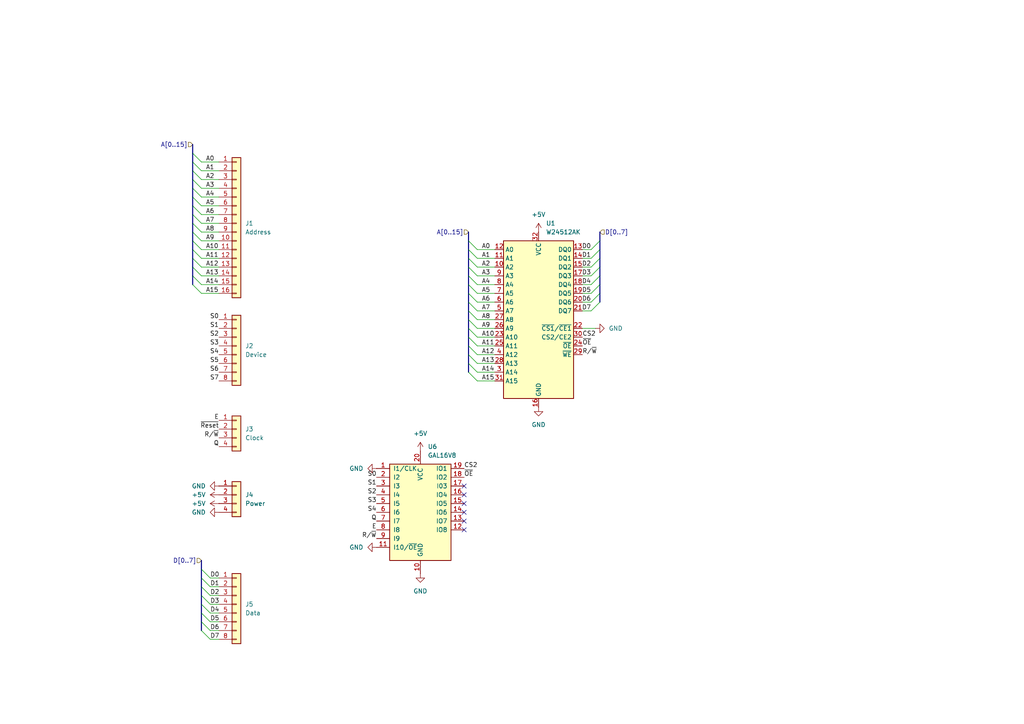
<source format=kicad_sch>
(kicad_sch (version 20250114) (generator "eeschema") (generator_version "9.0")
  (paper "A4")
  (lib_symbols
    (symbol "Connector_Generic:Conn_01x04" (pin_names (offset 1.016) (hide yes))
      (property "Reference" "J" (at 0 5.08 0))
      (property "Value" "Conn_01x04" (at 0 -7.62 0))
      (symbol "Conn_01x04_1_1"
        (rectangle (start -1.27 3.81) (end 1.27 -6.35) (stroke (width 0.254)) (fill (type background)))
        (rectangle (start -1.27 2.667) (end 0 2.413) (stroke (width 0.1524)))
        (rectangle (start -1.27 0.127) (end 0 -0.127) (stroke (width 0.1524)))
        (rectangle (start -1.27 -2.413) (end 0 -2.667) (stroke (width 0.1524)))
        (rectangle (start -1.27 -4.953) (end 0 -5.207) (stroke (width 0.1524)))
        (pin passive line (at -5.08 2.54 0) (length 3.81) (name "Pin_1") (number "1"))
        (pin passive line (at -5.08 0 0) (length 3.81) (name "Pin_2") (number "2"))
        (pin passive line (at -5.08 -2.54 0) (length 3.81) (name "Pin_3") (number "3"))
        (pin passive line (at -5.08 -5.08 0) (length 3.81) (name "Pin_4") (number "4"))
      )
    )
    (symbol "Connector_Generic:Conn_01x08" (pin_names (offset 1.016) (hide yes))
      (property "Reference" "J" (at 0 10.16 0))
      (property "Value" "Conn_01x08" (at 0 -12.7 0))
      (symbol "Conn_01x08_1_1"
        (rectangle (start -1.27 8.89) (end 1.27 -11.43) (stroke (width 0.254)) (fill (type background)))
        (rectangle (start -1.27 7.747) (end 0 7.493) (stroke (width 0.1524)))
        (rectangle (start -1.27 5.207) (end 0 4.953) (stroke (width 0.1524)))
        (rectangle (start -1.27 2.667) (end 0 2.413) (stroke (width 0.1524)))
        (rectangle (start -1.27 0.127) (end 0 -0.127) (stroke (width 0.1524)))
        (rectangle (start -1.27 -2.413) (end 0 -2.667) (stroke (width 0.1524)))
        (rectangle (start -1.27 -4.953) (end 0 -5.207) (stroke (width 0.1524)))
        (rectangle (start -1.27 -7.493) (end 0 -7.747) (stroke (width 0.1524)))
        (rectangle (start -1.27 -10.033) (end 0 -10.287) (stroke (width 0.1524)))
        (pin passive line (at -5.08 7.62 0) (length 3.81) (name "Pin_1") (number "1"))
        (pin passive line (at -5.08 5.08 0) (length 3.81) (name "Pin_2") (number "2"))
        (pin passive line (at -5.08 2.54 0) (length 3.81) (name "Pin_3") (number "3"))
        (pin passive line (at -5.08 0 0) (length 3.81) (name "Pin_4") (number "4"))
        (pin passive line (at -5.08 -2.54 0) (length 3.81) (name "Pin_5") (number "5"))
        (pin passive line (at -5.08 -5.08 0) (length 3.81) (name "Pin_6") (number "6"))
        (pin passive line (at -5.08 -7.62 0) (length 3.81) (name "Pin_7") (number "7"))
        (pin passive line (at -5.08 -10.16 0) (length 3.81) (name "Pin_8") (number "8"))
      )
    )
    (symbol "Connector_Generic:Conn_01x16" (pin_names (offset 1.016) (hide yes))
      (property "Reference" "J" (at 0 20.32 0))
      (property "Value" "Conn_01x16" (at 0 -22.86 0))
      (symbol "Conn_01x16_1_1"
        (rectangle (start -1.27 19.05) (end 1.27 -21.59) (stroke (width 0.254)) (fill (type background)))
        (rectangle (start -1.27 17.907) (end 0 17.653) (stroke (width 0.1524)))
        (rectangle (start -1.27 15.367) (end 0 15.113) (stroke (width 0.1524)))
        (rectangle (start -1.27 12.827) (end 0 12.573) (stroke (width 0.1524)))
        (rectangle (start -1.27 10.287) (end 0 10.033) (stroke (width 0.1524)))
        (rectangle (start -1.27 7.747) (end 0 7.493) (stroke (width 0.1524)))
        (rectangle (start -1.27 5.207) (end 0 4.953) (stroke (width 0.1524)))
        (rectangle (start -1.27 2.667) (end 0 2.413) (stroke (width 0.1524)))
        (rectangle (start -1.27 0.127) (end 0 -0.127) (stroke (width 0.1524)))
        (rectangle (start -1.27 -2.413) (end 0 -2.667) (stroke (width 0.1524)))
        (rectangle (start -1.27 -4.953) (end 0 -5.207) (stroke (width 0.1524)))
        (rectangle (start -1.27 -7.493) (end 0 -7.747) (stroke (width 0.1524)))
        (rectangle (start -1.27 -10.033) (end 0 -10.287) (stroke (width 0.1524)))
        (rectangle (start -1.27 -12.573) (end 0 -12.827) (stroke (width 0.1524)))
        (rectangle (start -1.27 -15.113) (end 0 -15.367) (stroke (width 0.1524)))
        (rectangle (start -1.27 -17.653) (end 0 -17.907) (stroke (width 0.1524)))
        (rectangle (start -1.27 -20.193) (end 0 -20.447) (stroke (width 0.1524)))
        (pin passive line (at -5.08 17.78 0) (length 3.81) (name "Pin_1") (number "1"))
        (pin passive line (at -5.08 15.24 0) (length 3.81) (name "Pin_2") (number "2"))
        (pin passive line (at -5.08 12.7 0) (length 3.81) (name "Pin_3") (number "3"))
        (pin passive line (at -5.08 10.16 0) (length 3.81) (name "Pin_4") (number "4"))
        (pin passive line (at -5.08 7.62 0) (length 3.81) (name "Pin_5") (number "5"))
        (pin passive line (at -5.08 5.08 0) (length 3.81) (name "Pin_6") (number "6"))
        (pin passive line (at -5.08 2.54 0) (length 3.81) (name "Pin_7") (number "7"))
        (pin passive line (at -5.08 0 0) (length 3.81) (name "Pin_8") (number "8"))
        (pin passive line (at -5.08 -2.54 0) (length 3.81) (name "Pin_9") (number "9"))
        (pin passive line (at -5.08 -5.08 0) (length 3.81) (name "Pin_10") (number "10"))
        (pin passive line (at -5.08 -7.62 0) (length 3.81) (name "Pin_11") (number "11"))
        (pin passive line (at -5.08 -10.16 0) (length 3.81) (name "Pin_12") (number "12"))
        (pin passive line (at -5.08 -12.7 0) (length 3.81) (name "Pin_13") (number "13"))
        (pin passive line (at -5.08 -15.24 0) (length 3.81) (name "Pin_14") (number "14"))
        (pin passive line (at -5.08 -17.78 0) (length 3.81) (name "Pin_15") (number "15"))
        (pin passive line (at -5.08 -20.32 0) (length 3.81) (name "Pin_16") (number "16"))
      )
    )
    (symbol "Library:W24512"
      (property "Reference" "U" (at 0 0 0))
      (property "Value" "W24512AK" (at 0 0 0))
      (symbol "W24512_0_0"
        (pin power_in line (at 0 24.13 270) (length 2.54) (name "VCC") (number "32"))
        (pin power_in line (at 0 -26.67 90) (length 2.54) (name "GND") (number "16"))
      )
      (symbol "W24512_0_1"
        (rectangle (start -10.16 21.59) (end 10.16 -24.13) (stroke (width 0.254)) (fill (type background)))
      )
      (symbol "W24512_1_0"
        (pin no_connect line (at 10.16 -19.05 180) (length 2.54) (hide yes) (name "NC") (number "2"))
      )
      (symbol "W24512_1_1"
        (pin input line (at -12.7 19.05 0) (length 2.54) (name "A0") (number "12"))
        (pin input line (at -12.7 16.51 0) (length 2.54) (name "A1") (number "11"))
        (pin input line (at -12.7 13.97 0) (length 2.54) (name "A2") (number "10"))
        (pin input line (at -12.7 11.43 0) (length 2.54) (name "A3") (number "9"))
        (pin input line (at -12.7 8.89 0) (length 2.54) (name "A4") (number "8"))
        (pin input line (at -12.7 6.35 0) (length 2.54) (name "A5") (number "7"))
        (pin input line (at -12.7 3.81 0) (length 2.54) (name "A6") (number "6"))
        (pin input line (at -12.7 1.27 0) (length 2.54) (name "A7") (number "5"))
        (pin input line (at -12.7 -1.27 0) (length 2.54) (name "A8") (number "27"))
        (pin input line (at -12.7 -3.81 0) (length 2.54) (name "A9") (number "26"))
        (pin input line (at -12.7 -6.35 0) (length 2.54) (name "A10") (number "23"))
        (pin input line (at -12.7 -8.89 0) (length 2.54) (name "A11") (number "25"))
        (pin input line (at -12.7 -11.43 0) (length 2.54) (name "A12") (number "4"))
        (pin input line (at -12.7 -13.97 0) (length 2.54) (name "A13") (number "28"))
        (pin input line (at -12.7 -16.51 0) (length 2.54) (name "A14") (number "3"))
        (pin input line (at -12.7 -19.05 0) (length 2.54) (name "A15") (number "31"))
        (pin no_connect line (at 10.16 -21.59 180) (length 2.54) (hide yes) (name "NC") (number "1"))
        (pin tri_state line (at 12.7 19.05 180) (length 2.54) (name "DQ0") (number "13"))
        (pin tri_state line (at 12.7 16.51 180) (length 2.54) (name "DQ1") (number "14"))
        (pin tri_state line (at 12.7 13.97 180) (length 2.54) (name "DQ2") (number "15"))
        (pin tri_state line (at 12.7 11.43 180) (length 2.54) (name "DQ3") (number "17"))
        (pin tri_state line (at 12.7 8.89 180) (length 2.54) (name "DQ4") (number "18"))
        (pin tri_state line (at 12.7 6.35 180) (length 2.54) (name "DQ5") (number "19"))
        (pin tri_state line (at 12.7 3.81 180) (length 2.54) (name "DQ6") (number "20"))
        (pin tri_state line (at 12.7 1.27 180) (length 2.54) (name "DQ7") (number "21"))
        (pin input line (at 12.7 -3.81 180) (length 2.54) (name "~{CS1}/~{CE1}") (number "22"))
        (pin input line (at 12.7 -6.35 180) (length 2.54) (name "CS2/CE2") (number "30"))
        (pin input line (at 12.7 -8.89 180) (length 2.54) (name "~{OE}") (number "24"))
        (pin input line (at 12.7 -11.43 180) (length 2.54) (name "~{WE}") (number "29"))
      )
    )
    (symbol "Logic_Programmable:GAL16V8" (pin_names (offset 1.016))
      (property "Reference" "U" (at -8.89 16.51 0))
      (property "Value" "GAL16V8" (at 1.27 16.51 0))
      (symbol "GAL16V8_0_0"
        (pin power_in line (at 0 17.78 270) (length 3.81) (name "VCC") (number "20"))
        (pin power_in line (at 0 -17.78 90) (length 3.81) (name "GND") (number "10"))
      )
      (symbol "GAL16V8_0_1"
        (rectangle (start -8.89 13.97) (end 8.89 -13.97) (stroke (width 0.254)) (fill (type background)))
      )
      (symbol "GAL16V8_1_1"
        (pin input line (at -12.7 12.7 0) (length 3.81) (name "I1/CLK") (number "1"))
        (pin input line (at -12.7 10.16 0) (length 3.81) (name "I2") (number "2"))
        (pin input line (at -12.7 7.62 0) (length 3.81) (name "I3") (number "3"))
        (pin input line (at -12.7 5.08 0) (length 3.81) (name "I4") (number "4"))
        (pin input line (at -12.7 2.54 0) (length 3.81) (name "I5") (number "5"))
        (pin input line (at -12.7 0 0) (length 3.81) (name "I6") (number "6"))
        (pin input line (at -12.7 -2.54 0) (length 3.81) (name "I7") (number "7"))
        (pin input line (at -12.7 -5.08 0) (length 3.81) (name "I8") (number "8"))
        (pin input line (at -12.7 -7.62 0) (length 3.81) (name "I9") (number "9"))
        (pin input line (at -12.7 -10.16 0) (length 3.81) (name "I10/~{OE}") (number "11"))
        (pin tri_state line (at 12.7 12.7 180) (length 3.81) (name "IO1") (number "19"))
        (pin tri_state line (at 12.7 10.16 180) (length 3.81) (name "IO2") (number "18"))
        (pin tri_state line (at 12.7 7.62 180) (length 3.81) (name "I03") (number "17"))
        (pin tri_state line (at 12.7 5.08 180) (length 3.81) (name "IO4") (number "16"))
        (pin tri_state line (at 12.7 2.54 180) (length 3.81) (name "IO5") (number "15"))
        (pin tri_state line (at 12.7 0 180) (length 3.81) (name "IO6") (number "14"))
        (pin tri_state line (at 12.7 -2.54 180) (length 3.81) (name "IO7") (number "13"))
        (pin tri_state line (at 12.7 -5.08 180) (length 3.81) (name "IO8") (number "12"))
      )
    )
    (symbol "power:+5V" (power) (pin_numbers (hide yes)) (pin_names (offset 0) (hide yes))
      (property "Value" "+5V" (at 0 3.556 0))
      (symbol "+5V_0_1"
        (polyline (pts (xy -0.762 1.27) (xy 0 2.54)))
        (polyline (pts (xy 0 2.54) (xy 0.762 1.27)))
        (polyline (pts (xy 0 0) (xy 0 2.54)))
      )
      (symbol "+5V_1_1"
        (pin power_in line (at 0 0 90) (length 0) (name "~") (number "1"))
      )
    )
    (symbol "power:GND" (power) (pin_numbers (hide yes)) (pin_names (offset 0) (hide yes))
      (property "Value" "GND" (at 0 -3.81 0))
      (symbol "GND_0_1"
        (polyline (pts (xy 0 0) (xy 0 -1.27) (xy 1.27 -1.27) (xy 0 -2.54) (xy -1.27 -1.27) (xy 0 -1.27)))
      )
      (symbol "GND_1_1"
        (pin power_in line (at 0 0 270) (length 0) (name "~") (number "1"))
      )
    )
  )
  (no_connect (at 134.62 148.59))
  (no_connect (at 134.62 140.97))
  (no_connect (at 134.62 143.51))
  (no_connect (at 134.62 151.13))
  (no_connect (at 134.62 153.67))
  (no_connect (at 134.62 146.05))
  (bus_entry (at 135.89 95.25) (size 2.54 2.54))
  (bus_entry (at 55.88 44.45) (size 2.54 2.54))
  (bus_entry (at 135.89 105.41) (size 2.54 2.54))
  (bus_entry (at 135.89 87.63) (size 2.54 2.54))
  (bus_entry (at 135.89 80.01) (size 2.54 2.54))
  (bus_entry (at 58.42 182.88) (size 2.54 2.54))
  (bus_entry (at 173.99 82.55) (size -2.54 2.54))
  (bus_entry (at 173.99 72.39) (size -2.54 2.54))
  (bus_entry (at 55.88 69.85) (size 2.54 2.54))
  (bus_entry (at 135.89 102.87) (size 2.54 2.54))
  (bus_entry (at 55.88 46.99) (size 2.54 2.54))
  (bus_entry (at 135.89 107.95) (size 2.54 2.54))
  (bus_entry (at 58.42 172.72) (size 2.54 2.54))
  (bus_entry (at 55.88 52.07) (size 2.54 2.54))
  (bus_entry (at 55.88 82.55) (size 2.54 2.54))
  (bus_entry (at 55.88 57.15) (size 2.54 2.54))
  (bus_entry (at 55.88 64.77) (size 2.54 2.54))
  (bus_entry (at 58.42 180.34) (size 2.54 2.54))
  (bus_entry (at 135.89 97.79) (size 2.54 2.54))
  (bus_entry (at 55.88 54.61) (size 2.54 2.54))
  (bus_entry (at 173.99 85.09) (size -2.54 2.54))
  (bus_entry (at 58.42 177.8) (size 2.54 2.54))
  (bus_entry (at 58.42 170.18) (size 2.54 2.54))
  (bus_entry (at 173.99 74.93) (size -2.54 2.54))
  (bus_entry (at 135.89 69.85) (size 2.54 2.54))
  (bus_entry (at 55.88 77.47) (size 2.54 2.54))
  (bus_entry (at 173.99 69.85) (size -2.54 2.54))
  (bus_entry (at 135.89 72.39) (size 2.54 2.54))
  (bus_entry (at 135.89 77.47) (size 2.54 2.54))
  (bus_entry (at 135.89 100.33) (size 2.54 2.54))
  (bus_entry (at 135.89 82.55) (size 2.54 2.54))
  (bus_entry (at 173.99 77.47) (size -2.54 2.54))
  (bus_entry (at 135.89 90.17) (size 2.54 2.54))
  (bus_entry (at 55.88 74.93) (size 2.54 2.54))
  (bus_entry (at 58.42 165.1) (size 2.54 2.54))
  (bus_entry (at 135.89 92.71) (size 2.54 2.54))
  (bus_entry (at 55.88 67.31) (size 2.54 2.54))
  (bus_entry (at 58.42 167.64) (size 2.54 2.54))
  (bus_entry (at 55.88 59.69) (size 2.54 2.54))
  (bus_entry (at 55.88 72.39) (size 2.54 2.54))
  (bus_entry (at 58.42 175.26) (size 2.54 2.54))
  (bus_entry (at 55.88 80.01) (size 2.54 2.54))
  (bus_entry (at 135.89 74.93) (size 2.54 2.54))
  (bus_entry (at 55.88 49.53) (size 2.54 2.54))
  (bus_entry (at 135.89 85.09) (size 2.54 2.54))
  (bus_entry (at 55.88 62.23) (size 2.54 2.54))
  (bus_entry (at 173.99 80.01) (size -2.54 2.54))
  (bus_entry (at 173.99 87.63) (size -2.54 2.54))
  (bus (pts (xy 173.99 67.31) (xy 173.99 69.85)))
  (wire (pts (xy 63.5 54.61) (xy 58.42 54.61)))
  (wire (pts (xy 63.5 59.69) (xy 58.42 59.69)))
  (bus (pts (xy 135.89 82.55) (xy 135.89 85.09)))
  (wire (pts (xy 60.96 177.8) (xy 63.5 177.8)))
  (wire (pts (xy 58.42 67.31) (xy 63.5 67.31)))
  (wire (pts (xy 63.5 180.34) (xy 60.96 180.34)))
  (wire (pts (xy 138.43 77.47) (xy 143.51 77.47)))
  (bus (pts (xy 55.88 54.61) (xy 55.88 57.15)))
  (wire (pts (xy 171.45 82.55) (xy 168.91 82.55)))
  (wire (pts (xy 58.42 57.15) (xy 63.5 57.15)))
  (wire (pts (xy 63.5 80.01) (xy 58.42 80.01)))
  (wire (pts (xy 63.5 170.18) (xy 60.96 170.18)))
  (bus (pts (xy 55.88 64.77) (xy 55.88 67.31)))
  (wire (pts (xy 143.51 85.09) (xy 138.43 85.09)))
  (bus (pts (xy 173.99 80.01) (xy 173.99 82.55)))
  (wire (pts (xy 63.5 64.77) (xy 58.42 64.77)))
  (bus (pts (xy 58.42 165.1) (xy 58.42 167.64)))
  (wire (pts (xy 171.45 87.63) (xy 168.91 87.63)))
  (bus (pts (xy 135.89 87.63) (xy 135.89 90.17)))
  (bus (pts (xy 55.88 77.47) (xy 55.88 80.01)))
  (wire (pts (xy 138.43 97.79) (xy 143.51 97.79)))
  (bus (pts (xy 173.99 77.47) (xy 173.99 80.01)))
  (wire (pts (xy 58.42 77.47) (xy 63.5 77.47)))
  (bus (pts (xy 135.89 100.33) (xy 135.89 102.87)))
  (bus (pts (xy 55.88 57.15) (xy 55.88 59.69)))
  (wire (pts (xy 58.42 52.07) (xy 63.5 52.07)))
  (wire (pts (xy 63.5 49.53) (xy 58.42 49.53)))
  (wire (pts (xy 58.42 82.55) (xy 63.5 82.55)))
  (wire (pts (xy 58.42 69.85) (xy 63.5 69.85)))
  (bus (pts (xy 135.89 105.41) (xy 135.89 107.95)))
  (bus (pts (xy 58.42 170.18) (xy 58.42 172.72)))
  (wire (pts (xy 143.51 110.49) (xy 138.43 110.49)))
  (bus (pts (xy 58.42 162.56) (xy 58.42 165.1)))
  (bus (pts (xy 58.42 167.64) (xy 58.42 170.18)))
  (bus (pts (xy 135.89 92.71) (xy 135.89 95.25)))
  (bus (pts (xy 55.88 74.93) (xy 55.88 77.47)))
  (bus (pts (xy 135.89 97.79) (xy 135.89 100.33)))
  (bus (pts (xy 55.88 52.07) (xy 55.88 54.61)))
  (wire (pts (xy 168.91 85.09) (xy 171.45 85.09)))
  (wire (pts (xy 138.43 92.71) (xy 143.51 92.71)))
  (bus (pts (xy 135.89 102.87) (xy 135.89 105.41)))
  (bus (pts (xy 135.89 74.93) (xy 135.89 77.47)))
  (wire (pts (xy 138.43 87.63) (xy 143.51 87.63)))
  (bus (pts (xy 173.99 72.39) (xy 173.99 74.93)))
  (wire (pts (xy 60.96 172.72) (xy 63.5 172.72)))
  (wire (pts (xy 143.51 90.17) (xy 138.43 90.17)))
  (wire (pts (xy 63.5 175.26) (xy 60.96 175.26)))
  (wire (pts (xy 171.45 72.39) (xy 168.91 72.39)))
  (bus (pts (xy 55.88 44.45) (xy 55.88 46.99)))
  (wire (pts (xy 138.43 102.87) (xy 143.51 102.87)))
  (bus (pts (xy 135.89 69.85) (xy 135.89 72.39)))
  (bus (pts (xy 55.88 62.23) (xy 55.88 64.77)))
  (bus (pts (xy 135.89 77.47) (xy 135.89 80.01)))
  (wire (pts (xy 143.51 105.41) (xy 138.43 105.41)))
  (wire (pts (xy 168.91 90.17) (xy 171.45 90.17)))
  (bus (pts (xy 55.88 41.91) (xy 55.88 44.45)))
  (bus (pts (xy 135.89 85.09) (xy 135.89 87.63)))
  (bus (pts (xy 173.99 74.93) (xy 173.99 77.47)))
  (wire (pts (xy 60.96 167.64) (xy 63.5 167.64)))
  (wire (pts (xy 58.42 46.99) (xy 63.5 46.99)))
  (wire (pts (xy 171.45 77.47) (xy 168.91 77.47)))
  (bus (pts (xy 55.88 67.31) (xy 55.88 69.85)))
  (bus (pts (xy 55.88 72.39) (xy 55.88 74.93)))
  (bus (pts (xy 173.99 85.09) (xy 173.99 87.63)))
  (wire (pts (xy 138.43 107.95) (xy 143.51 107.95)))
  (wire (pts (xy 138.43 82.55) (xy 143.51 82.55)))
  (wire (pts (xy 168.91 80.01) (xy 171.45 80.01)))
  (wire (pts (xy 58.42 62.23) (xy 63.5 62.23)))
  (bus (pts (xy 55.88 59.69) (xy 55.88 62.23)))
  (bus (pts (xy 58.42 175.26) (xy 58.42 177.8)))
  (wire (pts (xy 63.5 85.09) (xy 58.42 85.09)))
  (bus (pts (xy 55.88 80.01) (xy 55.88 82.55)))
  (wire (pts (xy 143.51 74.93) (xy 138.43 74.93)))
  (wire (pts (xy 143.51 100.33) (xy 138.43 100.33)))
  (wire (pts (xy 138.43 72.39) (xy 143.51 72.39)))
  (wire (pts (xy 58.42 72.39) (xy 63.5 72.39)))
  (bus (pts (xy 135.89 95.25) (xy 135.89 97.79)))
  (wire (pts (xy 63.5 74.93) (xy 58.42 74.93)))
  (bus (pts (xy 55.88 46.99) (xy 55.88 49.53)))
  (bus (pts (xy 135.89 72.39) (xy 135.89 74.93)))
  (bus (pts (xy 55.88 69.85) (xy 55.88 72.39)))
  (wire (pts (xy 172.72 95.25) (xy 168.91 95.25)))
  (bus (pts (xy 58.42 177.8) (xy 58.42 180.34)))
  (bus (pts (xy 58.42 172.72) (xy 58.42 175.26)))
  (wire (pts (xy 60.96 182.88) (xy 63.5 182.88)))
  (bus (pts (xy 135.89 67.31) (xy 135.89 69.85)))
  (bus (pts (xy 55.88 49.53) (xy 55.88 52.07)))
  (bus (pts (xy 173.99 82.55) (xy 173.99 85.09)))
  (bus (pts (xy 173.99 69.85) (xy 173.99 72.39)))
  (wire (pts (xy 168.91 74.93) (xy 171.45 74.93)))
  (wire (pts (xy 63.5 185.42) (xy 60.96 185.42)))
  (bus (pts (xy 135.89 80.01) (xy 135.89 82.55)))
  (wire (pts (xy 138.43 95.25) (xy 143.51 95.25)))
  (bus (pts (xy 135.89 90.17) (xy 135.89 92.71)))
  (bus (pts (xy 58.42 180.34) (xy 58.42 182.88)))
  (wire (pts (xy 143.51 80.01) (xy 138.43 80.01)))
  (label "D2" (at 60.96 172.72 0))
  (label "S1" (at 63.5 95.25 180))
  (label "D6" (at 171.45 87.63 180))
  (label "A5" (at 139.7 85.09 0))
  (label "S3" (at 109.22 146.05 180))
  (label "D7" (at 60.96 185.42 0))
  (label "D4" (at 60.96 177.8 0))
  (label "A1" (at 59.69 49.53 0))
  (label "A1" (at 139.7 74.93 0))
  (label "D0" (at 171.45 72.39 180))
  (label "A12" (at 59.69 77.47 0))
  (label "A7" (at 59.69 64.77 0))
  (label "Q" (at 63.5 129.54 180))
  (label "D1" (at 60.96 170.18 0))
  (label "~{Reset}" (at 63.5 124.46 180))
  (label "S4" (at 63.5 102.87 180))
  (label "A0" (at 139.7 72.39 0))
  (label "D1" (at 171.45 74.93 180))
  (label "A10" (at 139.7 97.79 0))
  (label "S0" (at 63.5 92.71 180))
  (label "A14" (at 139.7 107.95 0))
  (label "A9" (at 59.69 69.85 0))
  (label "E" (at 109.22 153.67 180))
  (label "~{OE}" (at 134.62 138.43 0))
  (label "CS2" (at 134.62 135.89 0))
  (label "R{slash}~{W}" (at 63.5 127 180))
  (label "A8" (at 59.69 67.31 0))
  (label "S5" (at 63.5 105.41 180))
  (label "S7" (at 63.5 110.49 180))
  (label "E" (at 63.5 121.92 180))
  (label "A6" (at 59.69 62.23 0))
  (label "A7" (at 139.7 90.17 0))
  (label "A6" (at 139.7 87.63 0))
  (label "A15" (at 59.69 85.09 0))
  (label "CS2" (at 168.91 97.79 0))
  (label "A11" (at 139.7 100.33 0))
  (label "A13" (at 59.69 80.01 0))
  (label "A11" (at 59.69 74.93 0))
  (label "A4" (at 59.69 57.15 0))
  (label "A5" (at 59.69 59.69 0))
  (label "Q" (at 109.22 151.13 180))
  (label "A12" (at 139.7 102.87 0))
  (label "D6" (at 60.96 182.88 0))
  (label "S3" (at 63.5 100.33 180))
  (label "D3" (at 171.45 80.01 180))
  (label "D4" (at 171.45 82.55 180))
  (label "A3" (at 59.69 54.61 0))
  (label "A4" (at 139.7 82.55 0))
  (label "D3" (at 60.96 175.26 0))
  (label "D7" (at 171.45 90.17 180))
  (label "A2" (at 139.7 77.47 0))
  (label "A0" (at 59.69 46.99 0))
  (label "A8" (at 139.7 92.71 0))
  (label "A15" (at 139.7 110.49 0))
  (label "A2" (at 59.69 52.07 0))
  (label "S2" (at 109.22 143.51 180))
  (label "D5" (at 171.45 85.09 180))
  (label "A10" (at 59.69 72.39 0))
  (label "S2" (at 63.5 97.79 180))
  (label "R{slash}~{W}" (at 168.91 102.87 0))
  (label "~{OE}" (at 168.91 100.33 0))
  (label "A3" (at 139.7 80.01 0))
  (label "A9" (at 139.7 95.25 0))
  (label "S4" (at 109.22 148.59 180))
  (label "D0" (at 60.96 167.64 0))
  (label "D5" (at 60.96 180.34 0))
  (label "S0" (at 109.22 138.43 180))
  (label "A13" (at 139.7 105.41 0))
  (label "R{slash}~{W}" (at 109.22 156.21 180))
  (label "S6" (at 63.5 107.95 180))
  (label "A14" (at 59.69 82.55 0))
  (label "D2" (at 171.45 77.47 180))
  (label "S1" (at 109.22 140.97 180))
  (hierarchical_label "A[0..15]" (shape input) (at 135.89 67.31 180))
  (hierarchical_label "A[0..15]" (shape input) (at 55.88 41.91 180))
  (hierarchical_label "D[0..7]" (shape input) (at 173.99 67.31 0))
  (hierarchical_label "D[0..7]" (shape input) (at 58.42 162.56 180))
  (symbol (lib_id "Connector_Generic:Conn_01x16") (at 68.58 64.77 0) (unit 1)
    (property "Reference" "J1" (at 71.12 64.7699 0) (effects (justify left)))
    (property "Value" "Address" (at 71.12 67.3099 0) (effects (justify left)))
    (property "Footprint" "Connector_PinHeader_2.54mm:PinHeader_1x16_P2.54mm_Vertical" (effects (hide yes)))
    (property "Description" "Generic connector, single row, 01x16, script generated (kicad-library-utils/schlib/autogen/connector/)" (effects (hide yes)))
  )
  (symbol (lib_id "power:+5V") (at 63.5 146.05 90) (unit 1)
    (property "Reference" "#PWR012" (effects (hide yes)))
    (property "Value" "+5V" (at 59.69 146.0499 90) (effects (justify left)))
    (property "Description" "Power symbol creates a global label with name \"+5V\"" (effects (hide yes)))
  )
  (symbol (lib_id "power:GND") (at 63.5 140.97 270) (mirror x) (unit 1)
    (property "Reference" "#PWR050" (effects (hide yes)))
    (property "Value" "GND" (at 59.69 140.9701 90) (effects (justify right)))
    (property "Description" "Power symbol creates a global label with name \"GND\" , ground" (effects (hide yes)))
  )
  (symbol (lib_id "power:GND") (at 121.92 166.37 0) (unit 1)
    (property "Reference" "#PWR09" (effects (hide yes)))
    (property "Value" "GND" (at 121.92 171.45 0))
    (property "Description" "Power symbol creates a global label with name \"GND\" , ground" (effects (hide yes)))
  )
  (symbol (lib_id "power:GND") (at 63.5 148.59 270) (unit 1)
    (property "Reference" "#PWR051" (effects (hide yes)))
    (property "Value" "GND" (at 59.69 148.5899 90) (effects (justify right)))
    (property "Description" "Power symbol creates a global label with name \"GND\" , ground" (effects (hide yes)))
  )
  (symbol (lib_id "power:GND") (at 156.21 118.11 0) (unit 1)
    (property "Reference" "#PWR02" (effects (hide yes)))
    (property "Value" "GND" (at 156.21 123.19 0))
    (property "Description" "Power symbol creates a global label with name \"GND\" , ground" (effects (hide yes)))
  )
  (symbol (lib_id "Connector_Generic:Conn_01x08") (at 68.58 175.26 0) (unit 1)
    (property "Reference" "J5" (at 71.12 175.2599 0) (effects (justify left)))
    (property "Value" "Data" (at 71.12 177.7999 0) (effects (justify left)))
    (property "Footprint" "Connector_PinHeader_2.54mm:PinHeader_1x08_P2.54mm_Vertical" (effects (hide yes)))
    (property "Description" "Generic connector, single row, 01x08, script generated (kicad-library-utils/schlib/autogen/connector/)" (effects (hide yes)))
  )
  (symbol (lib_id "power:+5V") (at 156.21 67.31 0) (unit 1)
    (property "Reference" "#PWR01" (effects (hide yes)))
    (property "Value" "+5V" (at 156.21 62.23 0))
    (property "Description" "Power symbol creates a global label with name \"+5V\"" (effects (hide yes)))
  )
  (symbol (lib_id "Logic_Programmable:GAL16V8") (at 121.92 148.59 0) (unit 1)
    (property "Reference" "U6" (at 124.0633 129.54 0) (effects (justify left)))
    (property "Value" "GAL16V8" (at 124.0633 132.08 0) (effects (justify left)))
    (property "Footprint" "Package_LCC:PLCC-20_THT-Socket" (effects (hide yes)))
    (property "Description" "Programmable Logic Array, DIP-20/SOIC-20/PLCC-20" (effects (hide yes)))
  )
  (symbol (lib_id "Library:W24512") (at 156.21 91.44 0) (unit 1)
    (property "Reference" "U1" (at 158.3533 64.77 0) (effects (justify left)))
    (property "Value" "W24512AK" (at 158.3533 67.31 0) (effects (justify left)))
    (property "Footprint" "Package_DIP:DIP-32_W7.62mm" (effects (hide yes)))
  )
  (symbol (lib_id "Connector_Generic:Conn_01x04") (at 68.58 124.46 0) (unit 1)
    (property "Reference" "J3" (at 71.12 124.4599 0) (effects (justify left)))
    (property "Value" "Clock" (at 71.12 126.9999 0) (effects (justify left)))
    (property "Footprint" "Connector_PinHeader_2.54mm:PinHeader_1x04_P2.54mm_Vertical" (effects (hide yes)))
    (property "Description" "Generic connector, single row, 01x04, script generated (kicad-library-utils/schlib/autogen/connector/)" (effects (hide yes)))
  )
  (symbol (lib_id "power:GND") (at 172.72 95.25 90) (unit 1)
    (property "Reference" "#PWR03" (effects (hide yes)))
    (property "Value" "GND" (at 176.53 95.2499 90) (effects (justify right)))
    (property "Description" "Power symbol creates a global label with name \"GND\" , ground" (effects (hide yes)))
  )
  (symbol (lib_id "Connector_Generic:Conn_01x08") (at 68.58 100.33 0) (unit 1)
    (property "Reference" "J2" (at 71.12 100.3299 0) (effects (justify left)))
    (property "Value" "Device" (at 71.12 102.8699 0) (effects (justify left)))
    (property "Footprint" "Connector_PinHeader_2.54mm:PinHeader_1x08_P2.54mm_Vertical" (effects (hide yes)))
    (property "Description" "Generic connector, single row, 01x08, script generated (kicad-library-utils/schlib/autogen/connector/)" (effects (hide yes)))
  )
  (symbol (lib_id "power:+5V") (at 63.5 143.51 90) (mirror x) (unit 1)
    (property "Reference" "#PWR013" (effects (hide yes)))
    (property "Value" "+5V" (at 59.69 143.5101 90) (effects (justify left)))
    (property "Description" "Power symbol creates a global label with name \"+5V\"" (effects (hide yes)))
  )
  (symbol (lib_id "power:GND") (at 109.22 135.89 270) (unit 1)
    (property "Reference" "#PWR014" (effects (hide yes)))
    (property "Value" "GND" (at 105.41 135.8899 90) (effects (justify right)))
    (property "Description" "Power symbol creates a global label with name \"GND\" , ground" (effects (hide yes)))
  )
  (symbol (lib_id "power:+5V") (at 121.92 130.81 0) (unit 1)
    (property "Reference" "#PWR010" (effects (hide yes)))
    (property "Value" "+5V" (at 121.92 125.73 0))
    (property "Description" "Power symbol creates a global label with name \"+5V\"" (effects (hide yes)))
  )
  (symbol (lib_id "power:GND") (at 109.22 158.75 270) (unit 1)
    (property "Reference" "#PWR011" (effects (hide yes)))
    (property "Value" "GND" (at 105.41 158.7499 90) (effects (justify right)))
    (property "Description" "Power symbol creates a global label with name \"GND\" , ground" (effects (hide yes)))
  )
  (symbol (lib_id "Connector_Generic:Conn_01x04") (at 68.58 143.51 0) (unit 1)
    (property "Reference" "J4" (at 71.12 143.5099 0) (effects (justify left)))
    (property "Value" "Power" (at 71.12 146.0499 0) (effects (justify left)))
    (property "Footprint" "Connector_PinHeader_2.54mm:PinHeader_1x04_P2.54mm_Vertical" (effects (hide yes)))
    (property "Description" "Generic connector, single row, 01x04, script generated (kicad-library-utils/schlib/autogen/connector/)" (effects (hide yes)))
  )
)
</source>
